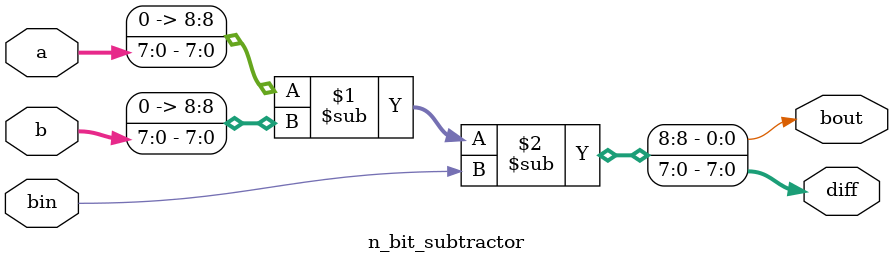
<source format=v>
module n_bit_subtractor #(
    parameter N = 8
)(
    input  wire [N-1:0] a,     // minuend
    input  wire [N-1:0] b,     // subtrahend
    input  wire         bin,   // borrow in
    output wire [N-1:0] diff,  // difference output
    output wire         bout   // borrow out
);
    // Perform subtraction with borrow propagation
    assign {bout, diff} = {1'b0, a} - {1'b0, b} - bin;
endmodule

</source>
